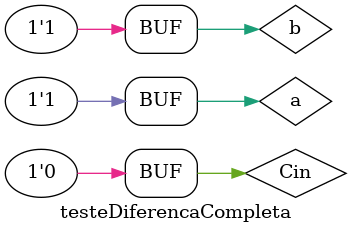
<source format=v>





module meiaDiferencacompacto(s0,s1,a,b);

	output s0,s1;
	input  a, b;
	
	and(s0, ~a, b);  
	xor(s1,  a, b);
	
	
endmodule // fim meiaDiferencacompacto

module DiferencaCompleta (Resultado, Cout, a, b, Cin);

	output Resultado, Cout;
	input  a, b, Cin;
	
	wire temp1, temp2, temp3;
	
	meiaDiferencacompacto SOMA1(temp1,temp2,a,b);
	meiaDiferencacompacto SOMA2(temp3,Resultado,temp2,Cin);
	
	or(Cout, temp1, temp3);
		

endmodule // fim DiferencaCompleta


module testeDiferencaCompleta;
	
	wire Resultado, Cout;
	reg  a, b, Cin;

	
	DiferencaCompleta SOMA (Resultado, Cout, a, b, Cin);
	
	initial begin
	
		$display("\n Guia 04 - 03 - Caio Ragacci Pimentel - 405794 ");
		$display("\n SUBTRATOR COMPLETO");
		$display("\n A - B = s0 s1 \n");

		a = 0; b = 0;  Cin = 0;
		$monitor(" %b - %b = %b %b", a, b, Cout, Resultado);
	#1	a = 0; b = 1;
	
	#1	a = 1; b = 0;
	
	#1	a = 1; b = 1;
	
		
	end
	 
endmodule // fim testeDiferencaCompleta

	

</source>
